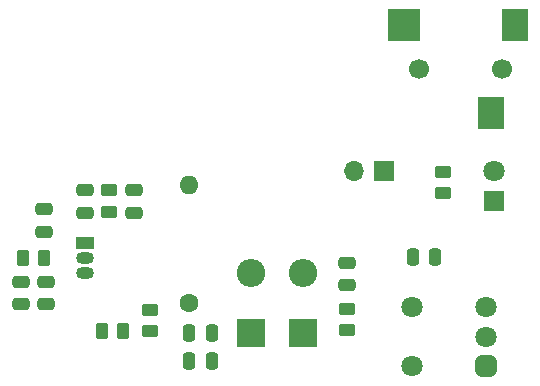
<source format=gbr>
%TF.GenerationSoftware,KiCad,Pcbnew,(6.0.11-0)*%
%TF.CreationDate,2024-07-13T22:40:32+02:00*%
%TF.ProjectId,SAQ_RX,5341515f-5258-42e6-9b69-6361645f7063,rev?*%
%TF.SameCoordinates,Original*%
%TF.FileFunction,Soldermask,Top*%
%TF.FilePolarity,Negative*%
%FSLAX46Y46*%
G04 Gerber Fmt 4.6, Leading zero omitted, Abs format (unit mm)*
G04 Created by KiCad (PCBNEW (6.0.11-0)) date 2024-07-13 22:40:32*
%MOMM*%
%LPD*%
G01*
G04 APERTURE LIST*
G04 Aperture macros list*
%AMRoundRect*
0 Rectangle with rounded corners*
0 $1 Rounding radius*
0 $2 $3 $4 $5 $6 $7 $8 $9 X,Y pos of 4 corners*
0 Add a 4 corners polygon primitive as box body*
4,1,4,$2,$3,$4,$5,$6,$7,$8,$9,$2,$3,0*
0 Add four circle primitives for the rounded corners*
1,1,$1+$1,$2,$3*
1,1,$1+$1,$4,$5*
1,1,$1+$1,$6,$7*
1,1,$1+$1,$8,$9*
0 Add four rect primitives between the rounded corners*
20,1,$1+$1,$2,$3,$4,$5,0*
20,1,$1+$1,$4,$5,$6,$7,0*
20,1,$1+$1,$6,$7,$8,$9,0*
20,1,$1+$1,$8,$9,$2,$3,0*%
G04 Aperture macros list end*
%ADD10RoundRect,0.250000X0.475000X-0.250000X0.475000X0.250000X-0.475000X0.250000X-0.475000X-0.250000X0*%
%ADD11R,2.400000X2.400000*%
%ADD12O,2.400000X2.400000*%
%ADD13C,1.600000*%
%ADD14O,1.600000X1.600000*%
%ADD15RoundRect,0.250000X0.262500X0.450000X-0.262500X0.450000X-0.262500X-0.450000X0.262500X-0.450000X0*%
%ADD16RoundRect,0.250000X-0.262500X-0.450000X0.262500X-0.450000X0.262500X0.450000X-0.262500X0.450000X0*%
%ADD17RoundRect,0.450000X-0.450000X-0.450000X0.450000X-0.450000X0.450000X0.450000X-0.450000X0.450000X0*%
%ADD18C,1.800000*%
%ADD19RoundRect,0.250000X-0.250000X-0.475000X0.250000X-0.475000X0.250000X0.475000X-0.250000X0.475000X0*%
%ADD20RoundRect,0.250000X-0.450000X0.262500X-0.450000X-0.262500X0.450000X-0.262500X0.450000X0.262500X0*%
%ADD21RoundRect,0.250000X-0.475000X0.250000X-0.475000X-0.250000X0.475000X-0.250000X0.475000X0.250000X0*%
%ADD22R,1.800000X1.800000*%
%ADD23RoundRect,0.250000X0.450000X-0.262500X0.450000X0.262500X-0.450000X0.262500X-0.450000X-0.262500X0*%
%ADD24C,1.700000*%
%ADD25R,2.200000X2.800000*%
%ADD26R,2.800000X2.800000*%
%ADD27R,1.500000X1.050000*%
%ADD28O,1.500000X1.050000*%
%ADD29R,1.700000X1.700000*%
%ADD30O,1.700000X1.700000*%
%ADD31RoundRect,0.250000X0.250000X0.475000X-0.250000X0.475000X-0.250000X-0.475000X0.250000X-0.475000X0*%
G04 APERTURE END LIST*
D10*
%TO.C,C2*%
X161650000Y-93400000D03*
X161650000Y-91500000D03*
%TD*%
D11*
%TO.C,D1*%
X153500000Y-97400000D03*
D12*
X153500000Y-92320000D03*
%TD*%
D11*
%TO.C,D2*%
X157950000Y-97400000D03*
D12*
X157950000Y-92320000D03*
%TD*%
D10*
%TO.C,C5*%
X139450000Y-87250000D03*
X139450000Y-85350000D03*
%TD*%
D13*
%TO.C,L1*%
X148300000Y-94900000D03*
D14*
X148300000Y-84900000D03*
%TD*%
D15*
%TO.C,R3*%
X142712500Y-97300000D03*
X140887500Y-97300000D03*
%TD*%
D10*
%TO.C,C6*%
X143600000Y-87250000D03*
X143600000Y-85350000D03*
%TD*%
D16*
%TO.C,R4*%
X134200000Y-91100000D03*
X136025000Y-91100000D03*
%TD*%
D17*
%TO.C,RV1*%
X173400000Y-100250000D03*
D18*
X173400000Y-97750000D03*
X173400000Y-95250000D03*
X167150000Y-100250000D03*
X167150000Y-95250000D03*
%TD*%
D19*
%TO.C,C3*%
X148300000Y-97400000D03*
X150200000Y-97400000D03*
%TD*%
D20*
%TO.C,R1*%
X161650000Y-95400000D03*
X161650000Y-97225000D03*
%TD*%
D21*
%TO.C,C7*%
X134100000Y-93100000D03*
X134100000Y-95000000D03*
%TD*%
D20*
%TO.C,R2*%
X145000000Y-95489500D03*
X145000000Y-97314500D03*
%TD*%
D22*
%TO.C,D3*%
X174100000Y-86275000D03*
D18*
X174100000Y-83735000D03*
%TD*%
D23*
%TO.C,R5*%
X141524000Y-87200000D03*
X141524000Y-85375000D03*
%TD*%
D24*
%TO.C,J1*%
X174750000Y-75100000D03*
X167750000Y-75100000D03*
D25*
X173850000Y-78800000D03*
X175850000Y-71400000D03*
D26*
X166450000Y-71400000D03*
%TD*%
D27*
%TO.C,Q1*%
X139452000Y-89798000D03*
D28*
X139452000Y-91068000D03*
X139452000Y-92338000D03*
%TD*%
D29*
%TO.C,J2*%
X164825000Y-83750000D03*
D30*
X162285000Y-83750000D03*
%TD*%
D19*
%TO.C,C1*%
X167250000Y-91000000D03*
X169150000Y-91000000D03*
%TD*%
D23*
%TO.C,R6*%
X169800000Y-85612500D03*
X169800000Y-83787500D03*
%TD*%
D31*
%TO.C,C9*%
X150200000Y-99800000D03*
X148300000Y-99800000D03*
%TD*%
D10*
%TO.C,C8*%
X136000000Y-88850000D03*
X136000000Y-86950000D03*
%TD*%
D21*
%TO.C,C4*%
X136200000Y-93100000D03*
X136200000Y-95000000D03*
%TD*%
M02*

</source>
